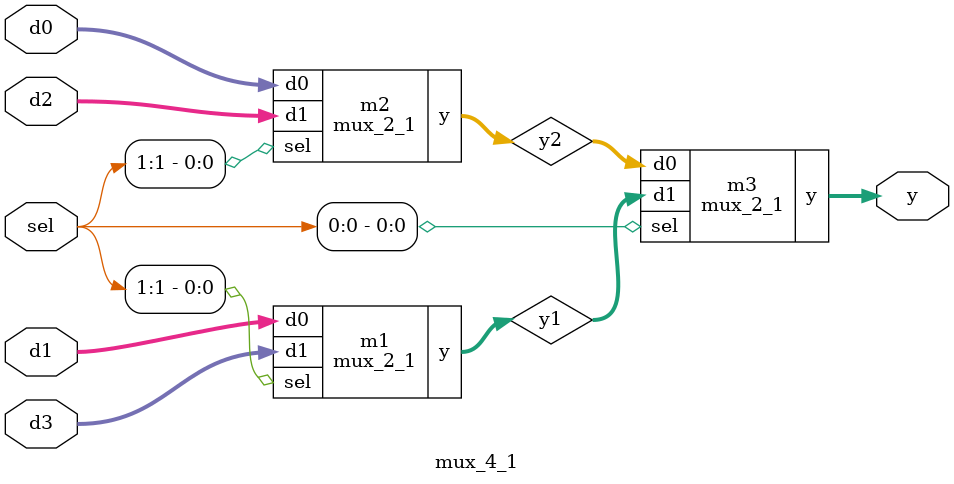
<source format=sv>

module mux_2_1
(
  input  [3:0] d0, d1,
  input        sel,
  output [3:0] y
);

  assign y = sel ? d1 : d0;

endmodule

//----------------------------------------------------------------------------
// Task
//----------------------------------------------------------------------------

module mux_4_1
(
  input  [3:0] d0, d1, d2, d3,
  input  [1:0] sel,
  output [3:0] y
);
   logic [3:0] y1, y2;
   
   mux_2_1 m1 (.d0(d1),.d1(d3),.sel(sel[1]),.y(y1));
   mux_2_1 m2 (.d0(d0),.d1(d2),.sel(sel[1]),.y(y2));
   mux_2_1 m3 (.d0(y2),.d1(y1),.sel(sel[0]),.y(y));


  // Task:
  // Implement mux_4_1 using three instances of mux_2_1


endmodule

</source>
